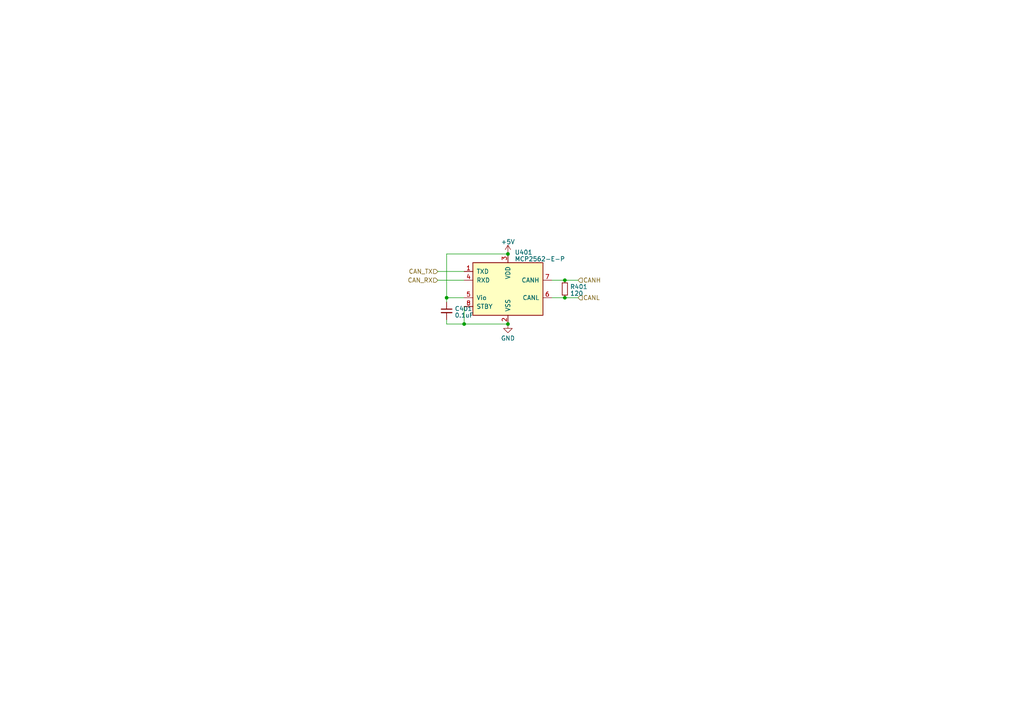
<source format=kicad_sch>
(kicad_sch (version 20230121) (generator eeschema)
  (paper "A4")
  (lib_symbols
    (symbol "Device:C_Small" (pin_numbers hide) (pin_names (offset 0.254) hide)
      (property "Reference" "C" (at 0.254 1.778 0))
      (property "Value" "C_Small" (at 0.254 -2.032 0))
      (symbol "C_Small_0_1"
        (polyline (pts (xy -1.524 -0.508) (xy 1.524 -0.508)) (stroke (width 0.3302)))
        (polyline (pts (xy -1.524 0.508) (xy 1.524 0.508)) (stroke (width 0.3048)))
      )
      (symbol "C_Small_1_1"
        (pin passive line (at 0 2.54 270) (length 2.032) (name "~") (number "1"))
        (pin passive line (at 0 -2.54 90) (length 2.032) (name "~") (number "2"))
      )
    )
    (symbol "Device:R_Small" (pin_numbers hide) (pin_names (offset 0.254) hide)
      (property "Reference" "R" (at 0.762 0.508 0))
      (property "Value" "R_Small" (at 0.762 -1.016 0))
      (symbol "R_Small_0_1"
        (rectangle (start -0.762 1.778) (end 0.762 -1.778) (stroke (width 0.2032)))
      )
      (symbol "R_Small_1_1"
        (pin passive line (at 0 2.54 270) (length 0.762) (name "~") (number "1"))
        (pin passive line (at 0 -2.54 90) (length 0.762) (name "~") (number "2"))
      )
    )
    (symbol "Interface_CAN_LIN:MCP2562-E-P" (pin_names (offset 1.016))
      (property "Reference" "U" (at -10.16 8.89 0))
      (property "Value" "MCP2562-E-P" (at 2.54 8.89 0))
      (symbol "MCP2562-E-P_0_1"
        (rectangle (start -10.16 7.62) (end 10.16 -7.62) (stroke (width 0.254)) (fill (type background)))
      )
      (symbol "MCP2562-E-P_1_1"
        (pin input line (at -12.7 5.08 0) (length 2.54) (name "TXD") (number "1"))
        (pin power_in line (at 0 -10.16 90) (length 2.54) (name "VSS") (number "2"))
        (pin power_in line (at 0 10.16 270) (length 2.54) (name "VDD") (number "3"))
        (pin output line (at -12.7 2.54 0) (length 2.54) (name "RXD") (number "4"))
        (pin power_in line (at -12.7 -2.54 0) (length 2.54) (name "Vio") (number "5"))
        (pin bidirectional line (at 12.7 -2.54 180) (length 2.54) (name "CANL") (number "6"))
        (pin bidirectional line (at 12.7 2.54 180) (length 2.54) (name "CANH") (number "7"))
        (pin input line (at -12.7 -5.08 0) (length 2.54) (name "STBY") (number "8"))
      )
    )
    (symbol "power:+5V" (power) (pin_names (offset 0))
      (property "Value" "+5V" (at 0 3.556 0))
      (symbol "+5V_0_1"
        (polyline (pts (xy -0.762 1.27) (xy 0 2.54)))
        (polyline (pts (xy 0 0) (xy 0 2.54)))
        (polyline (pts (xy 0 2.54) (xy 0.762 1.27)))
      )
      (symbol "+5V_1_1"
        (pin power_in line (at 0 0 90) (length 0) hide (name "+5V") (number "1"))
      )
    )
    (symbol "power:GND" (power) (pin_names (offset 0))
      (property "Value" "GND" (at 0 -3.81 0))
      (symbol "GND_0_1"
        (polyline (pts (xy 0 0) (xy 0 -1.27) (xy 1.27 -1.27) (xy 0 -2.54) (xy -1.27 -1.27) (xy 0 -1.27)))
      )
      (symbol "GND_1_1"
        (pin power_in line (at 0 0 270) (length 0) hide (name "GND") (number "1"))
      )
    )
  )
  (junction (at 129.54 86.36))
  (junction (at 163.83 81.28))
  (junction (at 163.83 86.36))
  (junction (at 147.32 93.98))
  (junction (at 147.32 73.66))
  (junction (at 134.62 93.98))
  (wire (pts (xy 134.62 93.98) (xy 147.32 93.98)))
  (wire (pts (xy 167.64 81.28) (xy 163.83 81.28)))
  (wire (pts (xy 129.54 86.36) (xy 134.62 86.36)))
  (wire (pts (xy 127 78.74) (xy 134.62 78.74)))
  (wire (pts (xy 129.54 73.66) (xy 147.32 73.66)))
  (wire (pts (xy 127 81.28) (xy 134.62 81.28)))
  (wire (pts (xy 129.54 73.66) (xy 129.54 86.36)))
  (wire (pts (xy 163.83 86.36) (xy 160.02 86.36)))
  (wire (pts (xy 129.54 86.36) (xy 129.54 87.63)))
  (wire (pts (xy 163.83 81.28) (xy 160.02 81.28)))
  (wire (pts (xy 134.62 88.9) (xy 134.62 93.98)))
  (wire (pts (xy 129.54 92.71) (xy 129.54 93.98)))
  (wire (pts (xy 167.64 86.36) (xy 163.83 86.36)))
  (wire (pts (xy 129.54 93.98) (xy 134.62 93.98)))
  (hierarchical_label "CAN_RX" (shape input) (at 127 81.28 180))
  (hierarchical_label "CAN_TX" (shape input) (at 127 78.74 180))
  (hierarchical_label "CANH" (shape input) (at 167.64 81.28 0))
  (hierarchical_label "CANL" (shape input) (at 167.64 86.36 0))
  (symbol (lib_id "power:+5V") (at 147.32 73.66 0) (unit 1)
    (property "Reference" "#PWR0401" (effects hide))
    (property "Value" "+5V" (at 147.32 70.1581 0))
    (instances (project "Info-Robo-main-board" (path "" (reference "#PWR0401") (unit 1)) (path "" (reference "#PWR0501") (unit 1))))
  )
  (symbol (lib_id "power:GND") (at 147.32 93.98 0) (unit 1)
    (property "Reference" "#PWR0402" (effects hide))
    (property "Value" "GND" (at 147.32 98.1155 0))
    (instances (project "Info-Robo-main-board" (path "" (reference "#PWR0402") (unit 1)) (path "" (reference "#PWR0502") (unit 1))))
  )
  (symbol (lib_id "Device:C_Small") (at 129.54 90.17 0) (unit 1)
    (property "Reference" "C401" (at 131.8641 89.5326 0) (effects (justify left)))
    (property "Value" "0.1uF" (at 131.8641 91.4536 0) (effects (justify left)))
    (property "Footprint" "Capacitor_SMD:C_0402_1005Metric" (effects hide))
    (property "LCSC" "C307331" (effects hide))
    (instances (project "Info-Robo-main-board" (path "" (reference "C401") (unit 1)) (path "" (reference "C501") (unit 1))))
  )
  (symbol (lib_id "Interface_CAN_LIN:MCP2562-E-P") (at 147.32 83.82 0) (unit 1)
    (property "Reference" "U401" (at 149.2759 73.1901 0) (effects (justify left)))
    (property "Value" "MCP2562-E-P" (at 149.2759 75.1111 0) (effects (justify left)))
    (property "Footprint" "Package_SO:SOIC-8_3.9x4.9mm_P1.27mm" (effects hide))
    (property "Datasheet" "http://ww1.microchip.com/downloads/en/DeviceDoc/25167A.pdf" (effects hide))
    (property "LCSC" "C191417" (effects hide))
    (instances (project "Info-Robo-main-board" (path "" (reference "U401") (unit 1)) (path "" (reference "U501") (unit 1))))
  )
  (symbol (lib_id "Device:R_Small") (at 163.83 83.82 0) (unit 1)
    (property "Reference" "R401" (at 165.3286 83.1763 0) (effects (justify left)))
    (property "Value" "120" (at 165.3286 85.0973 0) (effects (justify left)))
    (property "Footprint" "Resistor_SMD:R_0402_1005Metric" (effects hide))
    (property "LCSC" "C25140" (effects hide))
    (instances (project "Info-Robo-main-board" (path "" (reference "R401") (unit 1)) (path "" (reference "R501") (unit 1))))
  )
)
</source>
